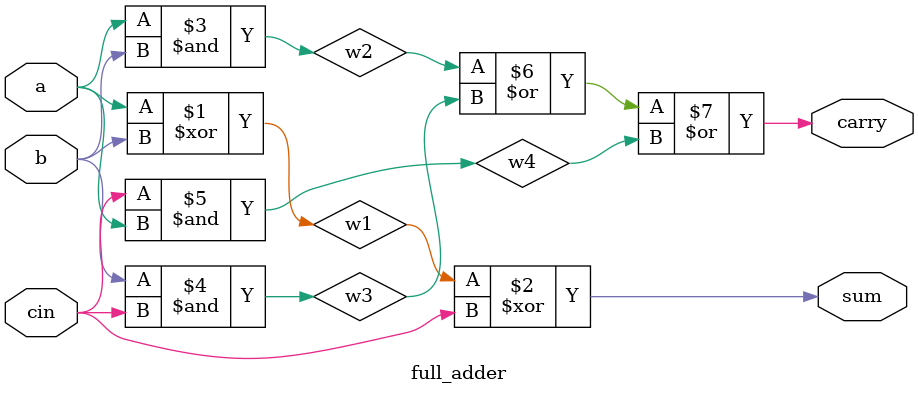
<source format=v>
module full_adder (
    input a,b,cin,
    output sum,carry
);

wire w1,w2,w3,w4;       //Internal connections

xor(w1,a,b);
xor(sum,w1,cin);        //Sum output

and(w2,a,b);
and(w3,b,cin);
and(w4,cin,a);

or(carry,w2,w3,w4);     //carry output

endmodule

</source>
